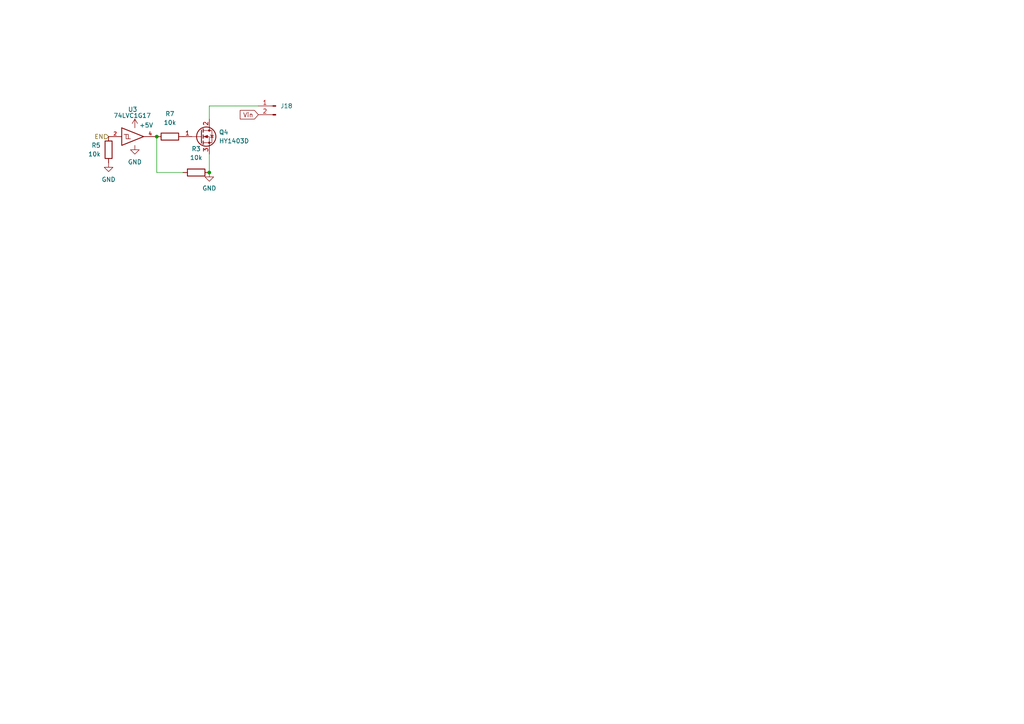
<source format=kicad_sch>
(kicad_sch (version 20211123) (generator eeschema)
  (paper "A4")
  (lib_symbols
    (symbol "74xGxx:74LVC1G17" (pin_names (offset 1.016))
      (property "Reference" "U" (at -2.54 3.81 0))
      (property "Value" "74LVC1G17" (at 0 -3.81 0))
      (symbol "74LVC1G17_0_1"
        (polyline (pts (xy -2.54 0.635) (xy -1.905 0.635) (xy -1.905 -0.635)))
        (polyline (pts (xy -3.81 2.54) (xy -3.81 -2.54) (xy 2.54 0) (xy -3.81 2.54)) (stroke (width 0.254)))
        (polyline (pts (xy -3.175 0.635) (xy -2.54 0.635) (xy -2.54 -0.635) (xy -1.27 -0.635)))
      )
      (symbol "74LVC1G17_1_1"
        (pin input line (at -7.62 0 0) (length 3.81) (name "~") (number "2"))
        (pin power_in line (at 0 -2.54 270) (length 0) hide (name "GND") (number "3"))
        (pin output line (at 6.35 0 180) (length 3.81) (name "~") (number "4"))
        (pin power_in line (at 0 2.54 90) (length 0) hide (name "VCC") (number "5"))
      )
    )
    (symbol "Connector:Conn_01x02_Male" (pin_names (offset 1.016) hide)
      (property "Reference" "J" (at 0 2.54 0))
      (property "Value" "Conn_01x02_Male" (at 0 -5.08 0))
      (symbol "Conn_01x02_Male_1_1"
        (polyline (pts (xy 1.27 -2.54) (xy 0.8636 -2.54)) (stroke (width 0.1524)))
        (polyline (pts (xy 1.27 0) (xy 0.8636 0)) (stroke (width 0.1524)))
        (rectangle (start 0.8636 -2.413) (end 0 -2.667) (stroke (width 0.1524)) (fill (type outline)))
        (rectangle (start 0.8636 0.127) (end 0 -0.127) (stroke (width 0.1524)) (fill (type outline)))
        (pin passive line (at 5.08 0 180) (length 3.81) (name "Pin_1") (number "1"))
        (pin passive line (at 5.08 -2.54 180) (length 3.81) (name "Pin_2") (number "2"))
      )
    )
    (symbol "Device:R" (pin_numbers hide) (pin_names (offset 0))
      (property "Reference" "R" (at 2.032 0 90))
      (property "Value" "R" (at 0 0 90))
      (symbol "R_0_1"
        (rectangle (start -1.016 -2.54) (end 1.016 2.54) (stroke (width 0.254)))
      )
      (symbol "R_1_1"
        (pin passive line (at 0 3.81 270) (length 1.27) (name "~") (number "1"))
        (pin passive line (at 0 -3.81 90) (length 1.27) (name "~") (number "2"))
      )
    )
    (symbol "Transistor_FET:STD7NK40Z" (pin_names hide)
      (property "Reference" "Q" (at 5.08 1.905 0))
      (property "Value" "STD7NK40Z" (at 5.08 0 0))
      (symbol "STD7NK40Z_0_1"
        (polyline (pts (xy 0.254 0) (xy -2.54 0)))
        (polyline (pts (xy 0.254 1.905) (xy 0.254 -1.905)) (stroke (width 0.254)))
        (polyline (pts (xy 0.762 -1.27) (xy 0.762 -2.286)) (stroke (width 0.254)))
        (polyline (pts (xy 0.762 0.508) (xy 0.762 -0.508)) (stroke (width 0.254)))
        (polyline (pts (xy 0.762 2.286) (xy 0.762 1.27)) (stroke (width 0.254)))
        (polyline (pts (xy 2.54 2.54) (xy 2.54 1.778)))
        (polyline (pts (xy 2.54 -2.54) (xy 2.54 0) (xy 0.762 0)))
        (polyline (pts (xy 0.762 -1.778) (xy 3.302 -1.778) (xy 3.302 1.778) (xy 0.762 1.778)))
        (polyline (pts (xy 1.016 0) (xy 2.032 0.381) (xy 2.032 -0.381) (xy 1.016 0)) (fill (type outline)))
        (polyline (pts (xy 2.794 0.508) (xy 2.921 0.381) (xy 3.683 0.381) (xy 3.81 0.254)))
        (polyline (pts (xy 3.302 0.381) (xy 2.921 -0.254) (xy 3.683 -0.254) (xy 3.302 0.381)))
        (circle (center 1.651 0) (radius 2.794) (stroke (width 0.254)))
        (circle (center 2.54 -1.778) (radius 0.254) (fill (type outline)))
        (circle (center 2.54 1.778) (radius 0.254) (fill (type outline)))
      )
      (symbol "STD7NK40Z_1_1"
        (pin passive line (at -5.08 0 0) (length 2.54) (name "G") (number "1"))
        (pin passive line (at 2.54 5.08 270) (length 2.54) (name "D") (number "2"))
        (pin passive line (at 2.54 -5.08 90) (length 2.54) (name "S") (number "3"))
      )
    )
    (symbol "power:+5V" (power) (pin_names (offset 0))
      (property "Value" "+5V" (at 0 3.556 0))
      (symbol "+5V_0_1"
        (polyline (pts (xy -0.762 1.27) (xy 0 2.54)))
        (polyline (pts (xy 0 0) (xy 0 2.54)))
        (polyline (pts (xy 0 2.54) (xy 0.762 1.27)))
      )
      (symbol "+5V_1_1"
        (pin power_in line (at 0 0 90) (length 0) hide (name "+5V") (number "1"))
      )
    )
    (symbol "power:GND" (power) (pin_names (offset 0))
      (property "Value" "GND" (at 0 -3.81 0))
      (symbol "GND_0_1"
        (polyline (pts (xy 0 0) (xy 0 -1.27) (xy 1.27 -1.27) (xy 0 -2.54) (xy -1.27 -1.27) (xy 0 -1.27)))
      )
      (symbol "GND_1_1"
        (pin power_in line (at 0 0 270) (length 0) hide (name "GND") (number "1"))
      )
    )
  )
  (junction (at 45.466 39.624))
  (junction (at 60.706 50.038))
  (wire (pts (xy 60.706 30.734) (xy 74.93 30.734)))
  (wire (pts (xy 60.706 34.544) (xy 60.706 30.734)))
  (wire (pts (xy 45.466 50.038) (xy 53.086 50.038)))
  (wire (pts (xy 45.466 39.624) (xy 45.466 50.038)))
  (wire (pts (xy 60.706 50.038) (xy 60.706 44.704)))
  (global_label "Vin" (shape input) (at 74.93 33.274 180) (property "Intersheet References" "${INTERSHEET_REFS}" (effects hide)))
  (hierarchical_label "EN" (shape input) (at 31.496 39.624 180))
  (symbol (lib_id "power:+5V") (at 39.116 37.084 0) (unit 1)
    (property "Reference" "#PWR081" (effects hide))
    (property "Value" "+5V" (at 42.418 36.322 0))
  )
  (symbol (lib_id "Device:R") (at 31.496 43.434 0) (mirror x) (unit 1)
    (property "Reference" "R5" (at 29.21 42.1639 0) (effects (justify right)))
    (property "Value" "10k" (at 29.21 44.7039 0) (effects (justify right)))
    (property "Footprint" "Resistor_SMD:R_0805_2012Metric" (effects hide))
  )
  (symbol (lib_id "74xGxx:74LVC1G17") (at 39.116 39.624 0) (unit 1)
    (property "Reference" "U3" (at 38.481 31.75 0))
    (property "Value" "74LVC1G17" (at 38.354 33.528 0))
    (property "Footprint" "Package_TO_SOT_SMD:SOT-23-5" (effects hide))
    (property "Datasheet" "http://www.ti.com/lit/sg/scyt129e/scyt129e.pdf" (effects hide))
  )
  (symbol (lib_id "power:GND") (at 60.706 50.038 0) (unit 1)
    (property "Reference" "#PWR082" (effects hide))
    (property "Value" "GND" (at 60.706 54.61 0))
  )
  (symbol (lib_id "Device:R") (at 49.276 39.624 90) (unit 1)
    (property "Reference" "R7" (at 49.276 33.02 90))
    (property "Value" "10k" (at 49.276 35.56 90))
    (property "Footprint" "Resistor_SMD:R_0805_2012Metric" (effects hide))
  )
  (symbol (lib_id "Device:R") (at 56.896 50.038 90) (unit 1)
    (property "Reference" "R3" (at 56.896 43.18 90))
    (property "Value" "10k" (at 56.896 45.72 90))
    (property "Footprint" "Resistor_SMD:R_0805_2012Metric" (effects hide))
  )
  (symbol (lib_id "power:GND") (at 31.496 47.244 0) (unit 1)
    (property "Reference" "#PWR0105" (effects hide))
    (property "Value" "GND" (at 31.496 52.07 0))
  )
  (symbol (lib_id "Transistor_FET:STD7NK40Z") (at 58.166 39.624 0) (unit 1)
    (property "Reference" "Q4" (at 63.5 38.3539 0) (effects (justify left)))
    (property "Value" "HY1403D" (at 63.5 40.8939 0) (effects (justify left)))
    (property "Footprint" "Package_TO_SOT_SMD:TO-252-2" (effects hide))
    (property "Datasheet" "https://www.st.com/resource/en/datasheet/std7nk40zt4.pdf" (effects hide))
  )
  (symbol (lib_id "Connector:Conn_01x02_Male") (at 80.01 30.734 0) (mirror y) (unit 1)
    (property "Reference" "J18" (at 81.28 30.7339 0) (effects (justify right)))
    (property "Value" "${SHEETNAME}" (at 81.28 33.2739 0) (effects (justify right)))
    (property "Footprint" "Connector_JST:JST_XH_B2B-XH-A_1x02_P2.50mm_Vertical" (effects hide))
  )
  (symbol (lib_id "power:GND") (at 39.116 42.164 0) (unit 1)
    (property "Reference" "#PWR080" (effects hide))
    (property "Value" "GND" (at 39.116 46.99 0))
  )
)
</source>
